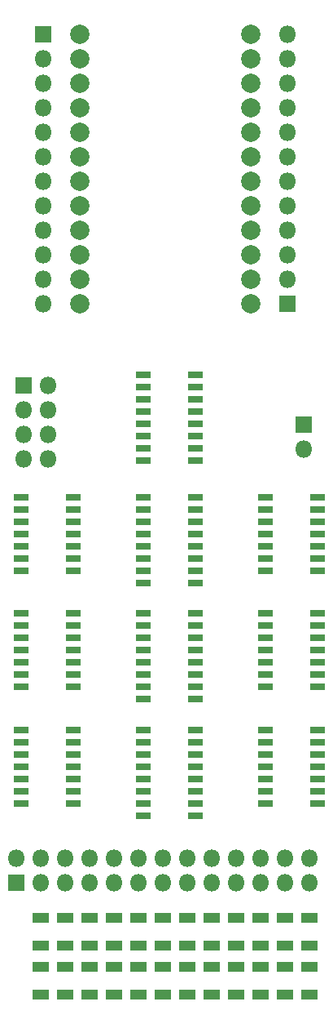
<source format=gts>
G04 #@! TF.FileFunction,Soldermask,Top*
%FSLAX46Y46*%
G04 Gerber Fmt 4.6, Leading zero omitted, Abs format (unit mm)*
G04 Created by KiCad (PCBNEW 4.0.7) date Mon Mar 26 00:48:08 2018*
%MOMM*%
%LPD*%
G01*
G04 APERTURE LIST*
%ADD10C,0.100000*%
%ADD11R,1.601600X0.701600*%
%ADD12R,1.801600X1.801600*%
%ADD13O,1.801600X1.801600*%
%ADD14R,1.801600X1.001600*%
%ADD15C,2.001600*%
G04 APERTURE END LIST*
D10*
D11*
X30599400Y-56235600D03*
X30599400Y-57505600D03*
X30599400Y-58775600D03*
X30599400Y-60045600D03*
X30599400Y-61315600D03*
X30599400Y-62585600D03*
X30599400Y-63855600D03*
X30599400Y-65125600D03*
X35999400Y-65125600D03*
X35999400Y-63855600D03*
X35999400Y-62585600D03*
X35999400Y-61315600D03*
X35999400Y-60045600D03*
X35999400Y-58775600D03*
X35999400Y-57505600D03*
X35999400Y-56235600D03*
X43299400Y-93065600D03*
X43299400Y-94335600D03*
X43299400Y-95605600D03*
X43299400Y-96875600D03*
X43299400Y-98145600D03*
X43299400Y-99415600D03*
X43299400Y-100685600D03*
X48699400Y-100685600D03*
X48699400Y-99415600D03*
X48699400Y-98145600D03*
X48699400Y-96875600D03*
X48699400Y-95605600D03*
X48699400Y-94335600D03*
X48699400Y-93065600D03*
D12*
X47269400Y-61442600D03*
D13*
X47269400Y-63982600D03*
D12*
X17424400Y-108940600D03*
D13*
X17424400Y-106400600D03*
X19964400Y-108940600D03*
X19964400Y-106400600D03*
X22504400Y-108940600D03*
X22504400Y-106400600D03*
X25044400Y-108940600D03*
X25044400Y-106400600D03*
X27584400Y-108940600D03*
X27584400Y-106400600D03*
X30124400Y-108940600D03*
X30124400Y-106400600D03*
X32664400Y-108940600D03*
X32664400Y-106400600D03*
X35204400Y-108940600D03*
X35204400Y-106400600D03*
X37744400Y-108940600D03*
X37744400Y-106400600D03*
X40284400Y-108940600D03*
X40284400Y-106400600D03*
X42824400Y-108940600D03*
X42824400Y-106400600D03*
X45364400Y-108940600D03*
X45364400Y-106400600D03*
X47904400Y-108940600D03*
X47904400Y-106400600D03*
D12*
X18186400Y-57378600D03*
D13*
X20726400Y-57378600D03*
X18186400Y-59918600D03*
X20726400Y-59918600D03*
X18186400Y-62458600D03*
X20726400Y-62458600D03*
X18186400Y-64998600D03*
X20726400Y-64998600D03*
D12*
X20218400Y-20929600D03*
D13*
X20218400Y-23469600D03*
X20218400Y-26009600D03*
X20218400Y-28549600D03*
X20218400Y-31089600D03*
X20218400Y-33629600D03*
X20218400Y-36169600D03*
X20218400Y-38709600D03*
X20218400Y-41249600D03*
X20218400Y-43789600D03*
X20218400Y-46329600D03*
X20218400Y-48869600D03*
D12*
X45618400Y-48869600D03*
D13*
X45618400Y-46329600D03*
X45618400Y-43789600D03*
X45618400Y-41249600D03*
X45618400Y-38709600D03*
X45618400Y-36169600D03*
X45618400Y-33629600D03*
X45618400Y-31089600D03*
X45618400Y-28549600D03*
X45618400Y-26009600D03*
X45618400Y-23469600D03*
X45618400Y-20929600D03*
D14*
X19964400Y-115470600D03*
X19964400Y-112570600D03*
X19964400Y-120550600D03*
X19964400Y-117650600D03*
X22504400Y-115470600D03*
X22504400Y-112570600D03*
X22504400Y-120550600D03*
X22504400Y-117650600D03*
X25044400Y-115470600D03*
X25044400Y-112570600D03*
X25044400Y-120550600D03*
X25044400Y-117650600D03*
X27584400Y-115470600D03*
X27584400Y-112570600D03*
X27584400Y-120550600D03*
X27584400Y-117650600D03*
X30124400Y-115470600D03*
X30124400Y-112570600D03*
X30124400Y-120550600D03*
X30124400Y-117650600D03*
X32664400Y-115470600D03*
X32664400Y-112570600D03*
X32664400Y-120550600D03*
X32664400Y-117650600D03*
X35204400Y-115470600D03*
X35204400Y-112570600D03*
X35204400Y-120550600D03*
X35204400Y-117650600D03*
X37744400Y-115470600D03*
X37744400Y-112570600D03*
X37744400Y-120550600D03*
X37744400Y-117650600D03*
X40284400Y-115470600D03*
X40284400Y-112570600D03*
X40284400Y-120550600D03*
X40284400Y-117650600D03*
X42824400Y-115470600D03*
X42824400Y-112570600D03*
X42824400Y-120550600D03*
X42824400Y-117650600D03*
X45364400Y-115470600D03*
X45364400Y-112570600D03*
X45364400Y-120550600D03*
X45364400Y-117650600D03*
X47904400Y-115470600D03*
X47904400Y-112570600D03*
X47904400Y-120550600D03*
X47904400Y-117650600D03*
D11*
X17899400Y-93065600D03*
X17899400Y-94335600D03*
X17899400Y-95605600D03*
X17899400Y-96875600D03*
X17899400Y-98145600D03*
X17899400Y-99415600D03*
X17899400Y-100685600D03*
X23299400Y-100685600D03*
X23299400Y-99415600D03*
X23299400Y-98145600D03*
X23299400Y-96875600D03*
X23299400Y-95605600D03*
X23299400Y-94335600D03*
X23299400Y-93065600D03*
X17899400Y-81000600D03*
X17899400Y-82270600D03*
X17899400Y-83540600D03*
X17899400Y-84810600D03*
X17899400Y-86080600D03*
X17899400Y-87350600D03*
X17899400Y-88620600D03*
X23299400Y-88620600D03*
X23299400Y-87350600D03*
X23299400Y-86080600D03*
X23299400Y-84810600D03*
X23299400Y-83540600D03*
X23299400Y-82270600D03*
X23299400Y-81000600D03*
X17899400Y-68935600D03*
X17899400Y-70205600D03*
X17899400Y-71475600D03*
X17899400Y-72745600D03*
X17899400Y-74015600D03*
X17899400Y-75285600D03*
X17899400Y-76555600D03*
X23299400Y-76555600D03*
X23299400Y-75285600D03*
X23299400Y-74015600D03*
X23299400Y-72745600D03*
X23299400Y-71475600D03*
X23299400Y-70205600D03*
X23299400Y-68935600D03*
X30599400Y-93065600D03*
X30599400Y-94335600D03*
X30599400Y-95605600D03*
X30599400Y-96875600D03*
X30599400Y-98145600D03*
X30599400Y-99415600D03*
X30599400Y-100685600D03*
X30599400Y-101955600D03*
X35999400Y-101955600D03*
X35999400Y-100685600D03*
X35999400Y-99415600D03*
X35999400Y-98145600D03*
X35999400Y-96875600D03*
X35999400Y-95605600D03*
X35999400Y-94335600D03*
X35999400Y-93065600D03*
X30599400Y-81000600D03*
X30599400Y-82270600D03*
X30599400Y-83540600D03*
X30599400Y-84810600D03*
X30599400Y-86080600D03*
X30599400Y-87350600D03*
X30599400Y-88620600D03*
X30599400Y-89890600D03*
X35999400Y-89890600D03*
X35999400Y-88620600D03*
X35999400Y-87350600D03*
X35999400Y-86080600D03*
X35999400Y-84810600D03*
X35999400Y-83540600D03*
X35999400Y-82270600D03*
X35999400Y-81000600D03*
X43299400Y-81000600D03*
X43299400Y-82270600D03*
X43299400Y-83540600D03*
X43299400Y-84810600D03*
X43299400Y-86080600D03*
X43299400Y-87350600D03*
X43299400Y-88620600D03*
X48699400Y-88620600D03*
X48699400Y-87350600D03*
X48699400Y-86080600D03*
X48699400Y-84810600D03*
X48699400Y-83540600D03*
X48699400Y-82270600D03*
X48699400Y-81000600D03*
X30599400Y-68935600D03*
X30599400Y-70205600D03*
X30599400Y-71475600D03*
X30599400Y-72745600D03*
X30599400Y-74015600D03*
X30599400Y-75285600D03*
X30599400Y-76555600D03*
X30599400Y-77825600D03*
X35999400Y-77825600D03*
X35999400Y-76555600D03*
X35999400Y-75285600D03*
X35999400Y-74015600D03*
X35999400Y-72745600D03*
X35999400Y-71475600D03*
X35999400Y-70205600D03*
X35999400Y-68935600D03*
D15*
X24028400Y-20929600D03*
X24028400Y-23469600D03*
X24028400Y-26009600D03*
X24028400Y-28549600D03*
X24028400Y-31089600D03*
X24028400Y-33629600D03*
X24028400Y-36169600D03*
X24028400Y-38709600D03*
X24028400Y-41249600D03*
X24028400Y-43789600D03*
X24028400Y-46329600D03*
X24028400Y-48869600D03*
X41808400Y-20929600D03*
X41808400Y-23469600D03*
X41808400Y-26009600D03*
X41808400Y-28549600D03*
X41808400Y-31089600D03*
X41808400Y-33629600D03*
X41808400Y-36169600D03*
X41808400Y-38709600D03*
X41808400Y-41249600D03*
X41808400Y-43789600D03*
X41808400Y-46329600D03*
X41808400Y-48869600D03*
D11*
X43299400Y-68935600D03*
X43299400Y-70205600D03*
X43299400Y-71475600D03*
X43299400Y-72745600D03*
X43299400Y-74015600D03*
X43299400Y-75285600D03*
X43299400Y-76555600D03*
X48699400Y-76555600D03*
X48699400Y-75285600D03*
X48699400Y-74015600D03*
X48699400Y-72745600D03*
X48699400Y-71475600D03*
X48699400Y-70205600D03*
X48699400Y-68935600D03*
M02*

</source>
